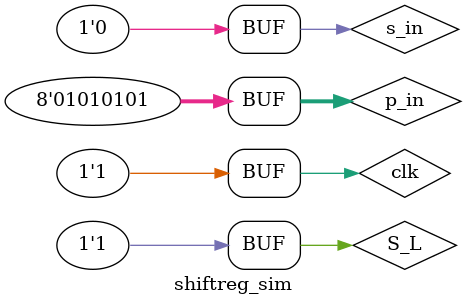
<source format=v>
`timescale 1ns / 1ps


module shiftreg_sim;

	// Inputs
	reg clk;
	reg S_L;
	reg s_in;
	reg [7:0] p_in;

	// Outputs
	wire [7:0] Q;

	// Instantiate the Unit Under Test (UUT)
	ShfitReg8b uut (
		.clk(clk), 
		.S_L(S_L), 
		.s_in(s_in), 
		.p_in(p_in), 
		.Q(Q)
	);

	initial begin
		// Initialize Inputs
		clk = 0;
		S_L = 0;
		s_in = 0;
		p_in = 0;
		#100;
        
		// Add stimulus here
		S_L = 0;
		s_in = 1;
		p_in =0;
		
		#200;
		S_L = 1;
		s_in = 0;
		p_in = 8'b0101_0101;
		#500;
	end
	
	always begin
		clk = 0; #20;
		clk = 1; #20;
	end

      
endmodule


</source>
